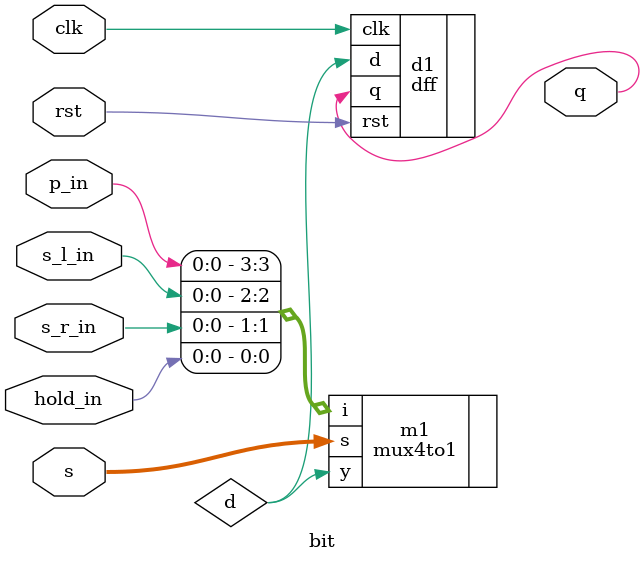
<source format=v>
`timescale 1ns / 1ps


module bit(
    input clk,
    input rst,
    input [1:0]s,
    input hold_in,
    input s_r_in,
    input s_l_in,
    input p_in,
    output q
    );
    wire d;
    mux4to1 m1(.i({p_in, s_l_in, s_r_in, hold_in}),.s(s),.y(d));
    dff d1(.d(d),.clk(clk),.rst(rst),.q (q));
endmodule

</source>
